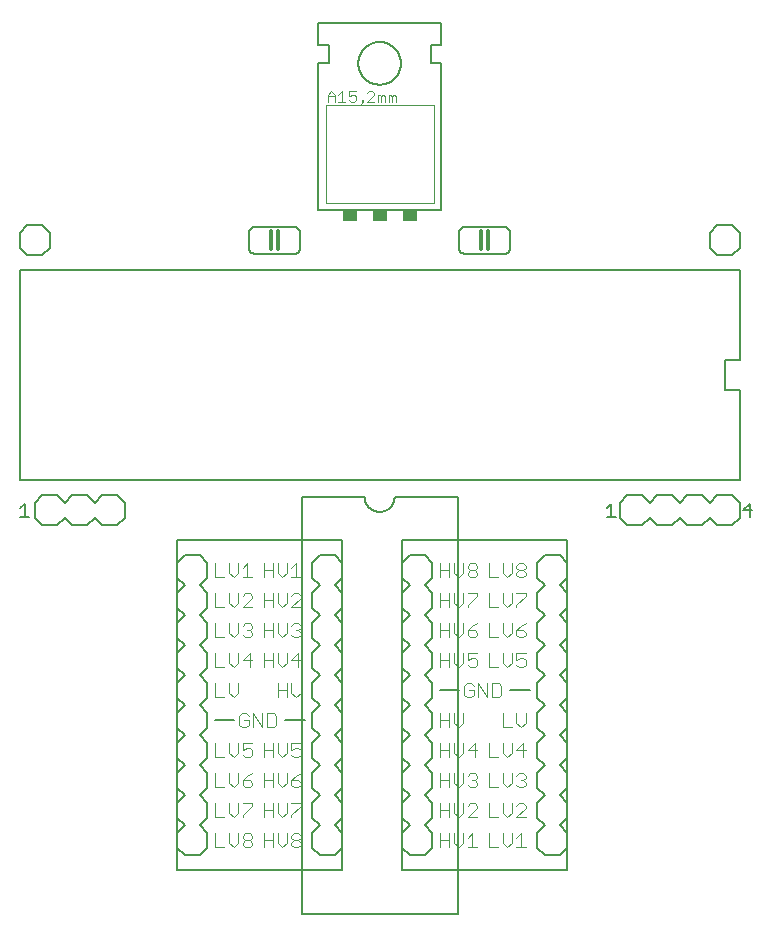
<source format=gto>
G75*
%MOIN*%
%OFA0B0*%
%FSLAX25Y25*%
%IPPOS*%
%LPD*%
%AMOC8*
5,1,8,0,0,1.08239X$1,22.5*
%
%ADD10C,0.00600*%
%ADD11C,0.01200*%
%ADD12C,0.00200*%
%ADD13C,0.00400*%
%ADD14R,0.05000X0.03500*%
%ADD15C,0.00500*%
%ADD16C,0.00800*%
D10*
X0100000Y0006500D02*
X0100000Y0145500D01*
X0121000Y0145500D01*
X0121002Y0145360D01*
X0121008Y0145220D01*
X0121018Y0145080D01*
X0121031Y0144940D01*
X0121049Y0144801D01*
X0121071Y0144662D01*
X0121096Y0144525D01*
X0121125Y0144387D01*
X0121158Y0144251D01*
X0121195Y0144116D01*
X0121236Y0143982D01*
X0121281Y0143849D01*
X0121329Y0143717D01*
X0121381Y0143587D01*
X0121436Y0143458D01*
X0121495Y0143331D01*
X0121558Y0143205D01*
X0121624Y0143081D01*
X0121693Y0142960D01*
X0121766Y0142840D01*
X0121843Y0142722D01*
X0121922Y0142607D01*
X0122005Y0142493D01*
X0122091Y0142383D01*
X0122180Y0142274D01*
X0122272Y0142168D01*
X0122367Y0142065D01*
X0122464Y0141964D01*
X0122565Y0141867D01*
X0122668Y0141772D01*
X0122774Y0141680D01*
X0122883Y0141591D01*
X0122993Y0141505D01*
X0123107Y0141422D01*
X0123222Y0141343D01*
X0123340Y0141266D01*
X0123460Y0141193D01*
X0123581Y0141124D01*
X0123705Y0141058D01*
X0123831Y0140995D01*
X0123958Y0140936D01*
X0124087Y0140881D01*
X0124217Y0140829D01*
X0124349Y0140781D01*
X0124482Y0140736D01*
X0124616Y0140695D01*
X0124751Y0140658D01*
X0124887Y0140625D01*
X0125025Y0140596D01*
X0125162Y0140571D01*
X0125301Y0140549D01*
X0125440Y0140531D01*
X0125580Y0140518D01*
X0125720Y0140508D01*
X0125860Y0140502D01*
X0126000Y0140500D01*
X0126140Y0140502D01*
X0126280Y0140508D01*
X0126420Y0140518D01*
X0126560Y0140531D01*
X0126699Y0140549D01*
X0126838Y0140571D01*
X0126975Y0140596D01*
X0127113Y0140625D01*
X0127249Y0140658D01*
X0127384Y0140695D01*
X0127518Y0140736D01*
X0127651Y0140781D01*
X0127783Y0140829D01*
X0127913Y0140881D01*
X0128042Y0140936D01*
X0128169Y0140995D01*
X0128295Y0141058D01*
X0128419Y0141124D01*
X0128540Y0141193D01*
X0128660Y0141266D01*
X0128778Y0141343D01*
X0128893Y0141422D01*
X0129007Y0141505D01*
X0129117Y0141591D01*
X0129226Y0141680D01*
X0129332Y0141772D01*
X0129435Y0141867D01*
X0129536Y0141964D01*
X0129633Y0142065D01*
X0129728Y0142168D01*
X0129820Y0142274D01*
X0129909Y0142383D01*
X0129995Y0142493D01*
X0130078Y0142607D01*
X0130157Y0142722D01*
X0130234Y0142840D01*
X0130307Y0142960D01*
X0130376Y0143081D01*
X0130442Y0143205D01*
X0130505Y0143331D01*
X0130564Y0143458D01*
X0130619Y0143587D01*
X0130671Y0143717D01*
X0130719Y0143849D01*
X0130764Y0143982D01*
X0130805Y0144116D01*
X0130842Y0144251D01*
X0130875Y0144387D01*
X0130904Y0144525D01*
X0130929Y0144662D01*
X0130951Y0144801D01*
X0130969Y0144940D01*
X0130982Y0145080D01*
X0130992Y0145220D01*
X0130998Y0145360D01*
X0131000Y0145500D01*
X0152000Y0145500D01*
X0152000Y0006500D01*
X0100000Y0006500D01*
X0038500Y0136000D02*
X0033500Y0136000D01*
X0031000Y0138500D01*
X0028500Y0136000D01*
X0023500Y0136000D01*
X0021000Y0138500D01*
X0018500Y0136000D01*
X0013500Y0136000D01*
X0011000Y0138500D01*
X0011000Y0143500D01*
X0013500Y0146000D01*
X0018500Y0146000D01*
X0021000Y0143500D01*
X0023500Y0146000D01*
X0028500Y0146000D01*
X0031000Y0143500D01*
X0033500Y0146000D01*
X0038500Y0146000D01*
X0041000Y0143500D01*
X0041000Y0138500D01*
X0038500Y0136000D01*
X0013500Y0226000D02*
X0008500Y0226000D01*
X0006000Y0228500D01*
X0006000Y0233500D01*
X0008500Y0236000D01*
X0013500Y0236000D01*
X0016000Y0233500D01*
X0016000Y0228500D01*
X0013500Y0226000D01*
X0082500Y0228500D02*
X0082500Y0233500D01*
X0082502Y0233587D01*
X0082508Y0233674D01*
X0082517Y0233761D01*
X0082530Y0233847D01*
X0082547Y0233933D01*
X0082568Y0234018D01*
X0082593Y0234101D01*
X0082621Y0234184D01*
X0082652Y0234265D01*
X0082687Y0234345D01*
X0082726Y0234423D01*
X0082768Y0234500D01*
X0082813Y0234575D01*
X0082862Y0234647D01*
X0082913Y0234718D01*
X0082968Y0234786D01*
X0083025Y0234851D01*
X0083086Y0234914D01*
X0083149Y0234975D01*
X0083214Y0235032D01*
X0083282Y0235087D01*
X0083353Y0235138D01*
X0083425Y0235187D01*
X0083500Y0235232D01*
X0083577Y0235274D01*
X0083655Y0235313D01*
X0083735Y0235348D01*
X0083816Y0235379D01*
X0083899Y0235407D01*
X0083982Y0235432D01*
X0084067Y0235453D01*
X0084153Y0235470D01*
X0084239Y0235483D01*
X0084326Y0235492D01*
X0084413Y0235498D01*
X0084500Y0235500D01*
X0097500Y0235500D01*
X0097587Y0235498D01*
X0097674Y0235492D01*
X0097761Y0235483D01*
X0097847Y0235470D01*
X0097933Y0235453D01*
X0098018Y0235432D01*
X0098101Y0235407D01*
X0098184Y0235379D01*
X0098265Y0235348D01*
X0098345Y0235313D01*
X0098423Y0235274D01*
X0098500Y0235232D01*
X0098575Y0235187D01*
X0098647Y0235138D01*
X0098718Y0235087D01*
X0098786Y0235032D01*
X0098851Y0234975D01*
X0098914Y0234914D01*
X0098975Y0234851D01*
X0099032Y0234786D01*
X0099087Y0234718D01*
X0099138Y0234647D01*
X0099187Y0234575D01*
X0099232Y0234500D01*
X0099274Y0234423D01*
X0099313Y0234345D01*
X0099348Y0234265D01*
X0099379Y0234184D01*
X0099407Y0234101D01*
X0099432Y0234018D01*
X0099453Y0233933D01*
X0099470Y0233847D01*
X0099483Y0233761D01*
X0099492Y0233674D01*
X0099498Y0233587D01*
X0099500Y0233500D01*
X0099500Y0228500D01*
X0099498Y0228413D01*
X0099492Y0228326D01*
X0099483Y0228239D01*
X0099470Y0228153D01*
X0099453Y0228067D01*
X0099432Y0227982D01*
X0099407Y0227899D01*
X0099379Y0227816D01*
X0099348Y0227735D01*
X0099313Y0227655D01*
X0099274Y0227577D01*
X0099232Y0227500D01*
X0099187Y0227425D01*
X0099138Y0227353D01*
X0099087Y0227282D01*
X0099032Y0227214D01*
X0098975Y0227149D01*
X0098914Y0227086D01*
X0098851Y0227025D01*
X0098786Y0226968D01*
X0098718Y0226913D01*
X0098647Y0226862D01*
X0098575Y0226813D01*
X0098500Y0226768D01*
X0098423Y0226726D01*
X0098345Y0226687D01*
X0098265Y0226652D01*
X0098184Y0226621D01*
X0098101Y0226593D01*
X0098018Y0226568D01*
X0097933Y0226547D01*
X0097847Y0226530D01*
X0097761Y0226517D01*
X0097674Y0226508D01*
X0097587Y0226502D01*
X0097500Y0226500D01*
X0084500Y0226500D01*
X0084413Y0226502D01*
X0084326Y0226508D01*
X0084239Y0226517D01*
X0084153Y0226530D01*
X0084067Y0226547D01*
X0083982Y0226568D01*
X0083899Y0226593D01*
X0083816Y0226621D01*
X0083735Y0226652D01*
X0083655Y0226687D01*
X0083577Y0226726D01*
X0083500Y0226768D01*
X0083425Y0226813D01*
X0083353Y0226862D01*
X0083282Y0226913D01*
X0083214Y0226968D01*
X0083149Y0227025D01*
X0083086Y0227086D01*
X0083025Y0227149D01*
X0082968Y0227214D01*
X0082913Y0227282D01*
X0082862Y0227353D01*
X0082813Y0227425D01*
X0082768Y0227500D01*
X0082726Y0227577D01*
X0082687Y0227655D01*
X0082652Y0227735D01*
X0082621Y0227816D01*
X0082593Y0227899D01*
X0082568Y0227982D01*
X0082547Y0228067D01*
X0082530Y0228153D01*
X0082517Y0228239D01*
X0082508Y0228326D01*
X0082502Y0228413D01*
X0082500Y0228500D01*
X0105500Y0241000D02*
X0105500Y0290000D01*
X0109000Y0290000D01*
X0109000Y0296000D01*
X0105500Y0296000D01*
X0105500Y0303500D01*
X0146500Y0303500D01*
X0146500Y0296000D01*
X0143000Y0296000D01*
X0143000Y0290000D01*
X0146500Y0290000D01*
X0146500Y0241000D01*
X0105500Y0241000D01*
X0118900Y0290000D02*
X0118902Y0290174D01*
X0118909Y0290348D01*
X0118919Y0290522D01*
X0118934Y0290696D01*
X0118953Y0290869D01*
X0118977Y0291042D01*
X0119005Y0291214D01*
X0119036Y0291385D01*
X0119073Y0291556D01*
X0119113Y0291725D01*
X0119157Y0291894D01*
X0119206Y0292061D01*
X0119258Y0292227D01*
X0119315Y0292392D01*
X0119376Y0292555D01*
X0119440Y0292717D01*
X0119509Y0292877D01*
X0119582Y0293036D01*
X0119658Y0293192D01*
X0119738Y0293347D01*
X0119822Y0293500D01*
X0119910Y0293650D01*
X0120002Y0293798D01*
X0120097Y0293945D01*
X0120195Y0294088D01*
X0120297Y0294229D01*
X0120403Y0294368D01*
X0120512Y0294504D01*
X0120624Y0294638D01*
X0120739Y0294768D01*
X0120858Y0294896D01*
X0120980Y0295020D01*
X0121104Y0295142D01*
X0121232Y0295261D01*
X0121362Y0295376D01*
X0121496Y0295488D01*
X0121632Y0295597D01*
X0121771Y0295703D01*
X0121912Y0295805D01*
X0122055Y0295903D01*
X0122202Y0295998D01*
X0122350Y0296090D01*
X0122500Y0296178D01*
X0122653Y0296262D01*
X0122808Y0296342D01*
X0122964Y0296418D01*
X0123123Y0296491D01*
X0123283Y0296560D01*
X0123445Y0296624D01*
X0123608Y0296685D01*
X0123773Y0296742D01*
X0123939Y0296794D01*
X0124106Y0296843D01*
X0124275Y0296887D01*
X0124444Y0296927D01*
X0124615Y0296964D01*
X0124786Y0296995D01*
X0124958Y0297023D01*
X0125131Y0297047D01*
X0125304Y0297066D01*
X0125478Y0297081D01*
X0125652Y0297091D01*
X0125826Y0297098D01*
X0126000Y0297100D01*
X0126174Y0297098D01*
X0126348Y0297091D01*
X0126522Y0297081D01*
X0126696Y0297066D01*
X0126869Y0297047D01*
X0127042Y0297023D01*
X0127214Y0296995D01*
X0127385Y0296964D01*
X0127556Y0296927D01*
X0127725Y0296887D01*
X0127894Y0296843D01*
X0128061Y0296794D01*
X0128227Y0296742D01*
X0128392Y0296685D01*
X0128555Y0296624D01*
X0128717Y0296560D01*
X0128877Y0296491D01*
X0129036Y0296418D01*
X0129192Y0296342D01*
X0129347Y0296262D01*
X0129500Y0296178D01*
X0129650Y0296090D01*
X0129798Y0295998D01*
X0129945Y0295903D01*
X0130088Y0295805D01*
X0130229Y0295703D01*
X0130368Y0295597D01*
X0130504Y0295488D01*
X0130638Y0295376D01*
X0130768Y0295261D01*
X0130896Y0295142D01*
X0131020Y0295020D01*
X0131142Y0294896D01*
X0131261Y0294768D01*
X0131376Y0294638D01*
X0131488Y0294504D01*
X0131597Y0294368D01*
X0131703Y0294229D01*
X0131805Y0294088D01*
X0131903Y0293945D01*
X0131998Y0293798D01*
X0132090Y0293650D01*
X0132178Y0293500D01*
X0132262Y0293347D01*
X0132342Y0293192D01*
X0132418Y0293036D01*
X0132491Y0292877D01*
X0132560Y0292717D01*
X0132624Y0292555D01*
X0132685Y0292392D01*
X0132742Y0292227D01*
X0132794Y0292061D01*
X0132843Y0291894D01*
X0132887Y0291725D01*
X0132927Y0291556D01*
X0132964Y0291385D01*
X0132995Y0291214D01*
X0133023Y0291042D01*
X0133047Y0290869D01*
X0133066Y0290696D01*
X0133081Y0290522D01*
X0133091Y0290348D01*
X0133098Y0290174D01*
X0133100Y0290000D01*
X0133098Y0289826D01*
X0133091Y0289652D01*
X0133081Y0289478D01*
X0133066Y0289304D01*
X0133047Y0289131D01*
X0133023Y0288958D01*
X0132995Y0288786D01*
X0132964Y0288615D01*
X0132927Y0288444D01*
X0132887Y0288275D01*
X0132843Y0288106D01*
X0132794Y0287939D01*
X0132742Y0287773D01*
X0132685Y0287608D01*
X0132624Y0287445D01*
X0132560Y0287283D01*
X0132491Y0287123D01*
X0132418Y0286964D01*
X0132342Y0286808D01*
X0132262Y0286653D01*
X0132178Y0286500D01*
X0132090Y0286350D01*
X0131998Y0286202D01*
X0131903Y0286055D01*
X0131805Y0285912D01*
X0131703Y0285771D01*
X0131597Y0285632D01*
X0131488Y0285496D01*
X0131376Y0285362D01*
X0131261Y0285232D01*
X0131142Y0285104D01*
X0131020Y0284980D01*
X0130896Y0284858D01*
X0130768Y0284739D01*
X0130638Y0284624D01*
X0130504Y0284512D01*
X0130368Y0284403D01*
X0130229Y0284297D01*
X0130088Y0284195D01*
X0129945Y0284097D01*
X0129798Y0284002D01*
X0129650Y0283910D01*
X0129500Y0283822D01*
X0129347Y0283738D01*
X0129192Y0283658D01*
X0129036Y0283582D01*
X0128877Y0283509D01*
X0128717Y0283440D01*
X0128555Y0283376D01*
X0128392Y0283315D01*
X0128227Y0283258D01*
X0128061Y0283206D01*
X0127894Y0283157D01*
X0127725Y0283113D01*
X0127556Y0283073D01*
X0127385Y0283036D01*
X0127214Y0283005D01*
X0127042Y0282977D01*
X0126869Y0282953D01*
X0126696Y0282934D01*
X0126522Y0282919D01*
X0126348Y0282909D01*
X0126174Y0282902D01*
X0126000Y0282900D01*
X0125826Y0282902D01*
X0125652Y0282909D01*
X0125478Y0282919D01*
X0125304Y0282934D01*
X0125131Y0282953D01*
X0124958Y0282977D01*
X0124786Y0283005D01*
X0124615Y0283036D01*
X0124444Y0283073D01*
X0124275Y0283113D01*
X0124106Y0283157D01*
X0123939Y0283206D01*
X0123773Y0283258D01*
X0123608Y0283315D01*
X0123445Y0283376D01*
X0123283Y0283440D01*
X0123123Y0283509D01*
X0122964Y0283582D01*
X0122808Y0283658D01*
X0122653Y0283738D01*
X0122500Y0283822D01*
X0122350Y0283910D01*
X0122202Y0284002D01*
X0122055Y0284097D01*
X0121912Y0284195D01*
X0121771Y0284297D01*
X0121632Y0284403D01*
X0121496Y0284512D01*
X0121362Y0284624D01*
X0121232Y0284739D01*
X0121104Y0284858D01*
X0120980Y0284980D01*
X0120858Y0285104D01*
X0120739Y0285232D01*
X0120624Y0285362D01*
X0120512Y0285496D01*
X0120403Y0285632D01*
X0120297Y0285771D01*
X0120195Y0285912D01*
X0120097Y0286055D01*
X0120002Y0286202D01*
X0119910Y0286350D01*
X0119822Y0286500D01*
X0119738Y0286653D01*
X0119658Y0286808D01*
X0119582Y0286964D01*
X0119509Y0287123D01*
X0119440Y0287283D01*
X0119376Y0287445D01*
X0119315Y0287608D01*
X0119258Y0287773D01*
X0119206Y0287939D01*
X0119157Y0288106D01*
X0119113Y0288275D01*
X0119073Y0288444D01*
X0119036Y0288615D01*
X0119005Y0288786D01*
X0118977Y0288958D01*
X0118953Y0289131D01*
X0118934Y0289304D01*
X0118919Y0289478D01*
X0118909Y0289652D01*
X0118902Y0289826D01*
X0118900Y0290000D01*
X0154500Y0235500D02*
X0167500Y0235500D01*
X0167587Y0235498D01*
X0167674Y0235492D01*
X0167761Y0235483D01*
X0167847Y0235470D01*
X0167933Y0235453D01*
X0168018Y0235432D01*
X0168101Y0235407D01*
X0168184Y0235379D01*
X0168265Y0235348D01*
X0168345Y0235313D01*
X0168423Y0235274D01*
X0168500Y0235232D01*
X0168575Y0235187D01*
X0168647Y0235138D01*
X0168718Y0235087D01*
X0168786Y0235032D01*
X0168851Y0234975D01*
X0168914Y0234914D01*
X0168975Y0234851D01*
X0169032Y0234786D01*
X0169087Y0234718D01*
X0169138Y0234647D01*
X0169187Y0234575D01*
X0169232Y0234500D01*
X0169274Y0234423D01*
X0169313Y0234345D01*
X0169348Y0234265D01*
X0169379Y0234184D01*
X0169407Y0234101D01*
X0169432Y0234018D01*
X0169453Y0233933D01*
X0169470Y0233847D01*
X0169483Y0233761D01*
X0169492Y0233674D01*
X0169498Y0233587D01*
X0169500Y0233500D01*
X0169500Y0228500D01*
X0169498Y0228413D01*
X0169492Y0228326D01*
X0169483Y0228239D01*
X0169470Y0228153D01*
X0169453Y0228067D01*
X0169432Y0227982D01*
X0169407Y0227899D01*
X0169379Y0227816D01*
X0169348Y0227735D01*
X0169313Y0227655D01*
X0169274Y0227577D01*
X0169232Y0227500D01*
X0169187Y0227425D01*
X0169138Y0227353D01*
X0169087Y0227282D01*
X0169032Y0227214D01*
X0168975Y0227149D01*
X0168914Y0227086D01*
X0168851Y0227025D01*
X0168786Y0226968D01*
X0168718Y0226913D01*
X0168647Y0226862D01*
X0168575Y0226813D01*
X0168500Y0226768D01*
X0168423Y0226726D01*
X0168345Y0226687D01*
X0168265Y0226652D01*
X0168184Y0226621D01*
X0168101Y0226593D01*
X0168018Y0226568D01*
X0167933Y0226547D01*
X0167847Y0226530D01*
X0167761Y0226517D01*
X0167674Y0226508D01*
X0167587Y0226502D01*
X0167500Y0226500D01*
X0154500Y0226500D01*
X0154413Y0226502D01*
X0154326Y0226508D01*
X0154239Y0226517D01*
X0154153Y0226530D01*
X0154067Y0226547D01*
X0153982Y0226568D01*
X0153899Y0226593D01*
X0153816Y0226621D01*
X0153735Y0226652D01*
X0153655Y0226687D01*
X0153577Y0226726D01*
X0153500Y0226768D01*
X0153425Y0226813D01*
X0153353Y0226862D01*
X0153282Y0226913D01*
X0153214Y0226968D01*
X0153149Y0227025D01*
X0153086Y0227086D01*
X0153025Y0227149D01*
X0152968Y0227214D01*
X0152913Y0227282D01*
X0152862Y0227353D01*
X0152813Y0227425D01*
X0152768Y0227500D01*
X0152726Y0227577D01*
X0152687Y0227655D01*
X0152652Y0227735D01*
X0152621Y0227816D01*
X0152593Y0227899D01*
X0152568Y0227982D01*
X0152547Y0228067D01*
X0152530Y0228153D01*
X0152517Y0228239D01*
X0152508Y0228326D01*
X0152502Y0228413D01*
X0152500Y0228500D01*
X0152500Y0233500D01*
X0152502Y0233587D01*
X0152508Y0233674D01*
X0152517Y0233761D01*
X0152530Y0233847D01*
X0152547Y0233933D01*
X0152568Y0234018D01*
X0152593Y0234101D01*
X0152621Y0234184D01*
X0152652Y0234265D01*
X0152687Y0234345D01*
X0152726Y0234423D01*
X0152768Y0234500D01*
X0152813Y0234575D01*
X0152862Y0234647D01*
X0152913Y0234718D01*
X0152968Y0234786D01*
X0153025Y0234851D01*
X0153086Y0234914D01*
X0153149Y0234975D01*
X0153214Y0235032D01*
X0153282Y0235087D01*
X0153353Y0235138D01*
X0153425Y0235187D01*
X0153500Y0235232D01*
X0153577Y0235274D01*
X0153655Y0235313D01*
X0153735Y0235348D01*
X0153816Y0235379D01*
X0153899Y0235407D01*
X0153982Y0235432D01*
X0154067Y0235453D01*
X0154153Y0235470D01*
X0154239Y0235483D01*
X0154326Y0235492D01*
X0154413Y0235498D01*
X0154500Y0235500D01*
X0208500Y0146000D02*
X0206000Y0143500D01*
X0206000Y0138500D01*
X0208500Y0136000D01*
X0213500Y0136000D01*
X0216000Y0138500D01*
X0218500Y0136000D01*
X0223500Y0136000D01*
X0226000Y0138500D01*
X0228500Y0136000D01*
X0233500Y0136000D01*
X0236000Y0138500D01*
X0238500Y0136000D01*
X0243500Y0136000D01*
X0246000Y0138500D01*
X0246000Y0143500D01*
X0243500Y0146000D01*
X0238500Y0146000D01*
X0236000Y0143500D01*
X0233500Y0146000D01*
X0228500Y0146000D01*
X0226000Y0143500D01*
X0223500Y0146000D01*
X0218500Y0146000D01*
X0216000Y0143500D01*
X0213500Y0146000D01*
X0208500Y0146000D01*
X0238500Y0226000D02*
X0243500Y0226000D01*
X0246000Y0228500D01*
X0246000Y0233500D01*
X0243500Y0236000D01*
X0238500Y0236000D01*
X0236000Y0233500D01*
X0236000Y0228500D01*
X0238500Y0226000D01*
D11*
X0162200Y0228000D02*
X0162200Y0234000D01*
X0159700Y0234000D02*
X0159700Y0228000D01*
X0092200Y0228000D02*
X0092200Y0234000D01*
X0089700Y0234000D02*
X0089700Y0228000D01*
D12*
X0108000Y0243500D02*
X0108000Y0276000D01*
X0144000Y0276000D01*
X0144000Y0243500D01*
X0108000Y0243500D01*
D13*
X0119473Y0276032D02*
X0120641Y0277200D01*
X0120057Y0277200D01*
X0120057Y0277784D01*
X0120641Y0277784D01*
X0120641Y0277200D01*
X0121867Y0277200D02*
X0124203Y0279535D01*
X0124203Y0280119D01*
X0123619Y0280703D01*
X0122451Y0280703D01*
X0121867Y0280119D01*
X0121867Y0277200D02*
X0124203Y0277200D01*
X0125458Y0277200D02*
X0125458Y0279535D01*
X0126042Y0279535D01*
X0126626Y0278951D01*
X0127210Y0279535D01*
X0127794Y0278951D01*
X0127794Y0277200D01*
X0126626Y0277200D02*
X0126626Y0278951D01*
X0129049Y0279535D02*
X0129633Y0279535D01*
X0130217Y0278951D01*
X0130801Y0279535D01*
X0131385Y0278951D01*
X0131385Y0277200D01*
X0130217Y0277200D02*
X0130217Y0278951D01*
X0129049Y0279535D02*
X0129049Y0277200D01*
X0118217Y0277784D02*
X0117634Y0277200D01*
X0116466Y0277200D01*
X0115882Y0277784D01*
X0115882Y0278951D02*
X0117050Y0279535D01*
X0117634Y0279535D01*
X0118217Y0278951D01*
X0118217Y0277784D01*
X0115882Y0278951D02*
X0115882Y0280703D01*
X0118217Y0280703D01*
X0114626Y0277200D02*
X0112291Y0277200D01*
X0113459Y0277200D02*
X0113459Y0280703D01*
X0112291Y0279535D01*
X0111035Y0279535D02*
X0109868Y0280703D01*
X0108700Y0279535D01*
X0108700Y0277200D01*
X0108700Y0278951D02*
X0111035Y0278951D01*
X0111035Y0279535D02*
X0111035Y0277200D01*
X0098131Y0123304D02*
X0098131Y0118700D01*
X0099665Y0118700D02*
X0096596Y0118700D01*
X0095061Y0120235D02*
X0095061Y0123304D01*
X0096596Y0121769D02*
X0098131Y0123304D01*
X0095061Y0120235D02*
X0093527Y0118700D01*
X0091992Y0120235D01*
X0091992Y0123304D01*
X0090457Y0123304D02*
X0090457Y0118700D01*
X0090457Y0121002D02*
X0087388Y0121002D01*
X0087388Y0118700D02*
X0087388Y0123304D01*
X0081942Y0123304D02*
X0081942Y0118700D01*
X0080408Y0118700D02*
X0083477Y0118700D01*
X0080408Y0121769D02*
X0081942Y0123304D01*
X0078873Y0123304D02*
X0078873Y0120235D01*
X0077339Y0118700D01*
X0075804Y0120235D01*
X0075804Y0123304D01*
X0071200Y0123304D02*
X0071200Y0118700D01*
X0074269Y0118700D01*
X0075804Y0113304D02*
X0075804Y0110235D01*
X0077339Y0108700D01*
X0078873Y0110235D01*
X0078873Y0113304D01*
X0080408Y0112537D02*
X0081175Y0113304D01*
X0082710Y0113304D01*
X0083477Y0112537D01*
X0083477Y0111769D01*
X0080408Y0108700D01*
X0083477Y0108700D01*
X0087388Y0108700D02*
X0087388Y0113304D01*
X0087388Y0111002D02*
X0090457Y0111002D01*
X0091992Y0110235D02*
X0093527Y0108700D01*
X0095061Y0110235D01*
X0095061Y0113304D01*
X0096596Y0112537D02*
X0097363Y0113304D01*
X0098898Y0113304D01*
X0099665Y0112537D01*
X0099665Y0111769D01*
X0096596Y0108700D01*
X0099665Y0108700D01*
X0098898Y0103304D02*
X0097363Y0103304D01*
X0096596Y0102537D01*
X0095061Y0103304D02*
X0095061Y0100235D01*
X0093527Y0098700D01*
X0091992Y0100235D01*
X0091992Y0103304D01*
X0090457Y0103304D02*
X0090457Y0098700D01*
X0090457Y0101002D02*
X0087388Y0101002D01*
X0087388Y0098700D02*
X0087388Y0103304D01*
X0083477Y0102537D02*
X0083477Y0101769D01*
X0082710Y0101002D01*
X0083477Y0100235D01*
X0083477Y0099467D01*
X0082710Y0098700D01*
X0081175Y0098700D01*
X0080408Y0099467D01*
X0078873Y0100235D02*
X0078873Y0103304D01*
X0080408Y0102537D02*
X0081175Y0103304D01*
X0082710Y0103304D01*
X0083477Y0102537D01*
X0082710Y0101002D02*
X0081942Y0101002D01*
X0078873Y0100235D02*
X0077339Y0098700D01*
X0075804Y0100235D01*
X0075804Y0103304D01*
X0074269Y0098700D02*
X0071200Y0098700D01*
X0071200Y0103304D01*
X0071200Y0108700D02*
X0074269Y0108700D01*
X0071200Y0108700D02*
X0071200Y0113304D01*
X0071200Y0093304D02*
X0071200Y0088700D01*
X0074269Y0088700D01*
X0075804Y0090235D02*
X0077339Y0088700D01*
X0078873Y0090235D01*
X0078873Y0093304D01*
X0080408Y0091002D02*
X0083477Y0091002D01*
X0082710Y0088700D02*
X0082710Y0093304D01*
X0080408Y0091002D01*
X0075804Y0090235D02*
X0075804Y0093304D01*
X0075804Y0083304D02*
X0075804Y0080235D01*
X0077339Y0078700D01*
X0078873Y0080235D01*
X0078873Y0083304D01*
X0074269Y0078700D02*
X0071200Y0078700D01*
X0071200Y0083304D01*
X0080061Y0073304D02*
X0079294Y0072537D01*
X0079294Y0069467D01*
X0080061Y0068700D01*
X0081596Y0068700D01*
X0082363Y0069467D01*
X0082363Y0071002D01*
X0080829Y0071002D01*
X0082363Y0072537D02*
X0081596Y0073304D01*
X0080061Y0073304D01*
X0083898Y0073304D02*
X0083898Y0068700D01*
X0086967Y0068700D02*
X0083898Y0073304D01*
X0086967Y0073304D02*
X0086967Y0068700D01*
X0088502Y0068700D02*
X0088502Y0073304D01*
X0090804Y0073304D01*
X0091571Y0072537D01*
X0091571Y0069467D01*
X0090804Y0068700D01*
X0088502Y0068700D01*
X0087388Y0063304D02*
X0087388Y0058700D01*
X0087388Y0061002D02*
X0090457Y0061002D01*
X0091992Y0060235D02*
X0091992Y0063304D01*
X0090457Y0063304D02*
X0090457Y0058700D01*
X0091992Y0060235D02*
X0093527Y0058700D01*
X0095061Y0060235D01*
X0095061Y0063304D01*
X0096596Y0063304D02*
X0096596Y0061002D01*
X0098131Y0061769D01*
X0098898Y0061769D01*
X0099665Y0061002D01*
X0099665Y0059467D01*
X0098898Y0058700D01*
X0097363Y0058700D01*
X0096596Y0059467D01*
X0096596Y0063304D02*
X0099665Y0063304D01*
X0099665Y0053304D02*
X0098131Y0052537D01*
X0096596Y0051002D01*
X0098898Y0051002D01*
X0099665Y0050235D01*
X0099665Y0049467D01*
X0098898Y0048700D01*
X0097363Y0048700D01*
X0096596Y0049467D01*
X0096596Y0051002D01*
X0095061Y0050235D02*
X0093527Y0048700D01*
X0091992Y0050235D01*
X0091992Y0053304D01*
X0090457Y0053304D02*
X0090457Y0048700D01*
X0090457Y0051002D02*
X0087388Y0051002D01*
X0087388Y0048700D02*
X0087388Y0053304D01*
X0083477Y0053304D02*
X0081942Y0052537D01*
X0080408Y0051002D01*
X0082710Y0051002D01*
X0083477Y0050235D01*
X0083477Y0049467D01*
X0082710Y0048700D01*
X0081175Y0048700D01*
X0080408Y0049467D01*
X0080408Y0051002D01*
X0078873Y0050235D02*
X0078873Y0053304D01*
X0075804Y0053304D02*
X0075804Y0050235D01*
X0077339Y0048700D01*
X0078873Y0050235D01*
X0074269Y0048700D02*
X0071200Y0048700D01*
X0071200Y0053304D01*
X0071200Y0058700D02*
X0074269Y0058700D01*
X0075804Y0060235D02*
X0075804Y0063304D01*
X0078873Y0063304D02*
X0078873Y0060235D01*
X0077339Y0058700D01*
X0075804Y0060235D01*
X0080408Y0061002D02*
X0081942Y0061769D01*
X0082710Y0061769D01*
X0083477Y0061002D01*
X0083477Y0059467D01*
X0082710Y0058700D01*
X0081175Y0058700D01*
X0080408Y0059467D01*
X0080408Y0061002D02*
X0080408Y0063304D01*
X0083477Y0063304D01*
X0095061Y0053304D02*
X0095061Y0050235D01*
X0095061Y0043304D02*
X0095061Y0040235D01*
X0093527Y0038700D01*
X0091992Y0040235D01*
X0091992Y0043304D01*
X0090457Y0043304D02*
X0090457Y0038700D01*
X0090457Y0041002D02*
X0087388Y0041002D01*
X0087388Y0038700D02*
X0087388Y0043304D01*
X0083477Y0043304D02*
X0083477Y0042537D01*
X0080408Y0039467D01*
X0080408Y0038700D01*
X0078873Y0040235D02*
X0078873Y0043304D01*
X0080408Y0043304D02*
X0083477Y0043304D01*
X0078873Y0040235D02*
X0077339Y0038700D01*
X0075804Y0040235D01*
X0075804Y0043304D01*
X0071200Y0043304D02*
X0071200Y0038700D01*
X0074269Y0038700D01*
X0075804Y0033304D02*
X0075804Y0030235D01*
X0077339Y0028700D01*
X0078873Y0030235D01*
X0078873Y0033304D01*
X0080408Y0032537D02*
X0080408Y0031769D01*
X0081175Y0031002D01*
X0082710Y0031002D01*
X0083477Y0030235D01*
X0083477Y0029467D01*
X0082710Y0028700D01*
X0081175Y0028700D01*
X0080408Y0029467D01*
X0080408Y0030235D01*
X0081175Y0031002D01*
X0082710Y0031002D02*
X0083477Y0031769D01*
X0083477Y0032537D01*
X0082710Y0033304D01*
X0081175Y0033304D01*
X0080408Y0032537D01*
X0087388Y0033304D02*
X0087388Y0028700D01*
X0087388Y0031002D02*
X0090457Y0031002D01*
X0091992Y0030235D02*
X0093527Y0028700D01*
X0095061Y0030235D01*
X0095061Y0033304D01*
X0096596Y0032537D02*
X0096596Y0031769D01*
X0097363Y0031002D01*
X0098898Y0031002D01*
X0099665Y0030235D01*
X0099665Y0029467D01*
X0098898Y0028700D01*
X0097363Y0028700D01*
X0096596Y0029467D01*
X0096596Y0030235D01*
X0097363Y0031002D01*
X0098898Y0031002D02*
X0099665Y0031769D01*
X0099665Y0032537D01*
X0098898Y0033304D01*
X0097363Y0033304D01*
X0096596Y0032537D01*
X0091992Y0033304D02*
X0091992Y0030235D01*
X0090457Y0028700D02*
X0090457Y0033304D01*
X0096596Y0038700D02*
X0096596Y0039467D01*
X0099665Y0042537D01*
X0099665Y0043304D01*
X0096596Y0043304D01*
X0074269Y0028700D02*
X0071200Y0028700D01*
X0071200Y0033304D01*
X0071200Y0058700D02*
X0071200Y0063304D01*
X0091992Y0078700D02*
X0091992Y0083304D01*
X0091992Y0081002D02*
X0095061Y0081002D01*
X0096596Y0080235D02*
X0098131Y0078700D01*
X0099665Y0080235D01*
X0099665Y0083304D01*
X0096596Y0083304D02*
X0096596Y0080235D01*
X0095061Y0078700D02*
X0095061Y0083304D01*
X0093527Y0088700D02*
X0095061Y0090235D01*
X0095061Y0093304D01*
X0096596Y0091002D02*
X0099665Y0091002D01*
X0098898Y0088700D02*
X0098898Y0093304D01*
X0096596Y0091002D01*
X0093527Y0088700D02*
X0091992Y0090235D01*
X0091992Y0093304D01*
X0090457Y0093304D02*
X0090457Y0088700D01*
X0090457Y0091002D02*
X0087388Y0091002D01*
X0087388Y0088700D02*
X0087388Y0093304D01*
X0096596Y0099467D02*
X0097363Y0098700D01*
X0098898Y0098700D01*
X0099665Y0099467D01*
X0099665Y0100235D01*
X0098898Y0101002D01*
X0098131Y0101002D01*
X0098898Y0101002D02*
X0099665Y0101769D01*
X0099665Y0102537D01*
X0098898Y0103304D01*
X0091992Y0110235D02*
X0091992Y0113304D01*
X0090457Y0113304D02*
X0090457Y0108700D01*
X0146200Y0108700D02*
X0146200Y0113304D01*
X0146200Y0111002D02*
X0149269Y0111002D01*
X0150804Y0110235D02*
X0152339Y0108700D01*
X0153873Y0110235D01*
X0153873Y0113304D01*
X0155408Y0113304D02*
X0158477Y0113304D01*
X0158477Y0112537D01*
X0155408Y0109467D01*
X0155408Y0108700D01*
X0150804Y0110235D02*
X0150804Y0113304D01*
X0149269Y0113304D02*
X0149269Y0108700D01*
X0149269Y0103304D02*
X0149269Y0098700D01*
X0150804Y0100235D02*
X0150804Y0103304D01*
X0149269Y0101002D02*
X0146200Y0101002D01*
X0146200Y0098700D02*
X0146200Y0103304D01*
X0150804Y0100235D02*
X0152339Y0098700D01*
X0153873Y0100235D01*
X0153873Y0103304D01*
X0155408Y0101002D02*
X0157710Y0101002D01*
X0158477Y0100235D01*
X0158477Y0099467D01*
X0157710Y0098700D01*
X0156175Y0098700D01*
X0155408Y0099467D01*
X0155408Y0101002D01*
X0156942Y0102537D01*
X0158477Y0103304D01*
X0162388Y0103304D02*
X0162388Y0098700D01*
X0165457Y0098700D01*
X0166992Y0100235D02*
X0166992Y0103304D01*
X0166992Y0100235D02*
X0168527Y0098700D01*
X0170061Y0100235D01*
X0170061Y0103304D01*
X0171596Y0101002D02*
X0173898Y0101002D01*
X0174665Y0100235D01*
X0174665Y0099467D01*
X0173898Y0098700D01*
X0172363Y0098700D01*
X0171596Y0099467D01*
X0171596Y0101002D01*
X0173131Y0102537D01*
X0174665Y0103304D01*
X0171596Y0108700D02*
X0171596Y0109467D01*
X0174665Y0112537D01*
X0174665Y0113304D01*
X0171596Y0113304D01*
X0170061Y0113304D02*
X0170061Y0110235D01*
X0168527Y0108700D01*
X0166992Y0110235D01*
X0166992Y0113304D01*
X0165457Y0108700D02*
X0162388Y0108700D01*
X0162388Y0113304D01*
X0162388Y0118700D02*
X0165457Y0118700D01*
X0166992Y0120235D02*
X0168527Y0118700D01*
X0170061Y0120235D01*
X0170061Y0123304D01*
X0171596Y0122537D02*
X0171596Y0121769D01*
X0172363Y0121002D01*
X0173898Y0121002D01*
X0174665Y0120235D01*
X0174665Y0119467D01*
X0173898Y0118700D01*
X0172363Y0118700D01*
X0171596Y0119467D01*
X0171596Y0120235D01*
X0172363Y0121002D01*
X0173898Y0121002D02*
X0174665Y0121769D01*
X0174665Y0122537D01*
X0173898Y0123304D01*
X0172363Y0123304D01*
X0171596Y0122537D01*
X0166992Y0123304D02*
X0166992Y0120235D01*
X0162388Y0118700D02*
X0162388Y0123304D01*
X0158477Y0122537D02*
X0158477Y0121769D01*
X0157710Y0121002D01*
X0156175Y0121002D01*
X0155408Y0121769D01*
X0155408Y0122537D01*
X0156175Y0123304D01*
X0157710Y0123304D01*
X0158477Y0122537D01*
X0157710Y0121002D02*
X0158477Y0120235D01*
X0158477Y0119467D01*
X0157710Y0118700D01*
X0156175Y0118700D01*
X0155408Y0119467D01*
X0155408Y0120235D01*
X0156175Y0121002D01*
X0153873Y0120235D02*
X0153873Y0123304D01*
X0150804Y0123304D02*
X0150804Y0120235D01*
X0152339Y0118700D01*
X0153873Y0120235D01*
X0149269Y0121002D02*
X0146200Y0121002D01*
X0146200Y0118700D02*
X0146200Y0123304D01*
X0149269Y0123304D02*
X0149269Y0118700D01*
X0149269Y0093304D02*
X0149269Y0088700D01*
X0150804Y0090235D02*
X0152339Y0088700D01*
X0153873Y0090235D01*
X0153873Y0093304D01*
X0155408Y0093304D02*
X0155408Y0091002D01*
X0156942Y0091769D01*
X0157710Y0091769D01*
X0158477Y0091002D01*
X0158477Y0089467D01*
X0157710Y0088700D01*
X0156175Y0088700D01*
X0155408Y0089467D01*
X0155408Y0093304D02*
X0158477Y0093304D01*
X0162388Y0093304D02*
X0162388Y0088700D01*
X0165457Y0088700D01*
X0166992Y0090235D02*
X0168527Y0088700D01*
X0170061Y0090235D01*
X0170061Y0093304D01*
X0171596Y0093304D02*
X0171596Y0091002D01*
X0173131Y0091769D01*
X0173898Y0091769D01*
X0174665Y0091002D01*
X0174665Y0089467D01*
X0173898Y0088700D01*
X0172363Y0088700D01*
X0171596Y0089467D01*
X0171596Y0093304D02*
X0174665Y0093304D01*
X0166992Y0093304D02*
X0166992Y0090235D01*
X0165804Y0083304D02*
X0163502Y0083304D01*
X0163502Y0078700D01*
X0165804Y0078700D01*
X0166571Y0079467D01*
X0166571Y0082537D01*
X0165804Y0083304D01*
X0161967Y0083304D02*
X0161967Y0078700D01*
X0158898Y0083304D01*
X0158898Y0078700D01*
X0157363Y0079467D02*
X0157363Y0081002D01*
X0155829Y0081002D01*
X0157363Y0082537D02*
X0156596Y0083304D01*
X0155061Y0083304D01*
X0154294Y0082537D01*
X0154294Y0079467D01*
X0155061Y0078700D01*
X0156596Y0078700D01*
X0157363Y0079467D01*
X0153873Y0073304D02*
X0153873Y0070235D01*
X0152339Y0068700D01*
X0150804Y0070235D01*
X0150804Y0073304D01*
X0149269Y0073304D02*
X0149269Y0068700D01*
X0149269Y0071002D02*
X0146200Y0071002D01*
X0146200Y0068700D02*
X0146200Y0073304D01*
X0146200Y0063304D02*
X0146200Y0058700D01*
X0146200Y0061002D02*
X0149269Y0061002D01*
X0150804Y0060235D02*
X0150804Y0063304D01*
X0149269Y0063304D02*
X0149269Y0058700D01*
X0150804Y0060235D02*
X0152339Y0058700D01*
X0153873Y0060235D01*
X0153873Y0063304D01*
X0155408Y0061002D02*
X0158477Y0061002D01*
X0157710Y0063304D02*
X0155408Y0061002D01*
X0157710Y0058700D02*
X0157710Y0063304D01*
X0162388Y0063304D02*
X0162388Y0058700D01*
X0165457Y0058700D01*
X0166992Y0060235D02*
X0166992Y0063304D01*
X0166992Y0060235D02*
X0168527Y0058700D01*
X0170061Y0060235D01*
X0170061Y0063304D01*
X0171596Y0061002D02*
X0174665Y0061002D01*
X0173898Y0058700D02*
X0173898Y0063304D01*
X0171596Y0061002D01*
X0172363Y0053304D02*
X0173898Y0053304D01*
X0174665Y0052537D01*
X0174665Y0051769D01*
X0173898Y0051002D01*
X0174665Y0050235D01*
X0174665Y0049467D01*
X0173898Y0048700D01*
X0172363Y0048700D01*
X0171596Y0049467D01*
X0170061Y0050235D02*
X0168527Y0048700D01*
X0166992Y0050235D01*
X0166992Y0053304D01*
X0170061Y0053304D02*
X0170061Y0050235D01*
X0171596Y0052537D02*
X0172363Y0053304D01*
X0173131Y0051002D02*
X0173898Y0051002D01*
X0173898Y0043304D02*
X0172363Y0043304D01*
X0171596Y0042537D01*
X0170061Y0043304D02*
X0170061Y0040235D01*
X0168527Y0038700D01*
X0166992Y0040235D01*
X0166992Y0043304D01*
X0165457Y0048700D02*
X0162388Y0048700D01*
X0162388Y0053304D01*
X0158477Y0052537D02*
X0158477Y0051769D01*
X0157710Y0051002D01*
X0158477Y0050235D01*
X0158477Y0049467D01*
X0157710Y0048700D01*
X0156175Y0048700D01*
X0155408Y0049467D01*
X0153873Y0050235D02*
X0153873Y0053304D01*
X0155408Y0052537D02*
X0156175Y0053304D01*
X0157710Y0053304D01*
X0158477Y0052537D01*
X0157710Y0051002D02*
X0156942Y0051002D01*
X0153873Y0050235D02*
X0152339Y0048700D01*
X0150804Y0050235D01*
X0150804Y0053304D01*
X0149269Y0053304D02*
X0149269Y0048700D01*
X0149269Y0051002D02*
X0146200Y0051002D01*
X0146200Y0048700D02*
X0146200Y0053304D01*
X0146200Y0043304D02*
X0146200Y0038700D01*
X0146200Y0041002D02*
X0149269Y0041002D01*
X0150804Y0040235D02*
X0152339Y0038700D01*
X0153873Y0040235D01*
X0153873Y0043304D01*
X0155408Y0042537D02*
X0156175Y0043304D01*
X0157710Y0043304D01*
X0158477Y0042537D01*
X0158477Y0041769D01*
X0155408Y0038700D01*
X0158477Y0038700D01*
X0162388Y0038700D02*
X0165457Y0038700D01*
X0162388Y0038700D02*
X0162388Y0043304D01*
X0162388Y0033304D02*
X0162388Y0028700D01*
X0165457Y0028700D01*
X0166992Y0030235D02*
X0166992Y0033304D01*
X0166992Y0030235D02*
X0168527Y0028700D01*
X0170061Y0030235D01*
X0170061Y0033304D01*
X0171596Y0031769D02*
X0173131Y0033304D01*
X0173131Y0028700D01*
X0174665Y0028700D02*
X0171596Y0028700D01*
X0171596Y0038700D02*
X0174665Y0041769D01*
X0174665Y0042537D01*
X0173898Y0043304D01*
X0174665Y0038700D02*
X0171596Y0038700D01*
X0158477Y0028700D02*
X0155408Y0028700D01*
X0156942Y0028700D02*
X0156942Y0033304D01*
X0155408Y0031769D01*
X0153873Y0030235D02*
X0153873Y0033304D01*
X0150804Y0033304D02*
X0150804Y0030235D01*
X0152339Y0028700D01*
X0153873Y0030235D01*
X0149269Y0031002D02*
X0146200Y0031002D01*
X0146200Y0028700D02*
X0146200Y0033304D01*
X0149269Y0033304D02*
X0149269Y0028700D01*
X0149269Y0038700D02*
X0149269Y0043304D01*
X0150804Y0043304D02*
X0150804Y0040235D01*
X0166992Y0068700D02*
X0170061Y0068700D01*
X0171596Y0070235D02*
X0171596Y0073304D01*
X0174665Y0073304D02*
X0174665Y0070235D01*
X0173131Y0068700D01*
X0171596Y0070235D01*
X0166992Y0068700D02*
X0166992Y0073304D01*
X0150804Y0090235D02*
X0150804Y0093304D01*
X0149269Y0091002D02*
X0146200Y0091002D01*
X0146200Y0088700D02*
X0146200Y0093304D01*
D14*
X0136000Y0239250D03*
X0126000Y0239250D03*
X0116000Y0239250D03*
D15*
X0058500Y0131000D02*
X0058500Y0021000D01*
X0113500Y0021000D01*
X0113500Y0131000D01*
X0058500Y0131000D01*
X0061000Y0126000D02*
X0058500Y0123500D01*
X0061000Y0126000D02*
X0066000Y0126000D01*
X0068500Y0123500D01*
X0068500Y0118500D01*
X0066000Y0116000D01*
X0068500Y0113500D01*
X0068500Y0108500D01*
X0066000Y0106000D01*
X0068500Y0103500D01*
X0068500Y0098500D01*
X0066000Y0096000D01*
X0068500Y0093500D01*
X0068500Y0088500D01*
X0066000Y0086000D01*
X0068500Y0083500D01*
X0068500Y0078500D01*
X0066000Y0076000D01*
X0068500Y0073500D01*
X0068500Y0068500D01*
X0066000Y0066000D01*
X0068500Y0063500D01*
X0068500Y0058500D01*
X0066000Y0056000D01*
X0068500Y0053500D01*
X0068500Y0048500D01*
X0066000Y0046000D01*
X0068500Y0043500D01*
X0068500Y0038500D01*
X0066000Y0036000D01*
X0068500Y0033500D01*
X0068500Y0028500D01*
X0066000Y0026000D01*
X0061000Y0026000D01*
X0058500Y0028500D01*
X0058500Y0033500D02*
X0061000Y0036000D01*
X0058500Y0038500D01*
X0058500Y0043500D02*
X0061000Y0046000D01*
X0058500Y0048500D01*
X0058500Y0053500D02*
X0061000Y0056000D01*
X0058500Y0058500D01*
X0058500Y0063500D02*
X0061000Y0066000D01*
X0058500Y0068500D01*
X0058500Y0073500D02*
X0061000Y0076000D01*
X0058500Y0078500D01*
X0058500Y0083500D02*
X0061000Y0086000D01*
X0058500Y0088500D01*
X0058500Y0093500D02*
X0061000Y0096000D01*
X0058500Y0098500D01*
X0058500Y0103500D02*
X0061000Y0106000D01*
X0058500Y0108500D01*
X0058500Y0113500D02*
X0061000Y0116000D01*
X0058500Y0118500D01*
X0071000Y0071000D02*
X0077500Y0071000D01*
X0094500Y0071000D02*
X0101000Y0071000D01*
X0103500Y0068500D02*
X0106000Y0066000D01*
X0103500Y0063500D01*
X0103500Y0058500D01*
X0106000Y0056000D01*
X0103500Y0053500D01*
X0103500Y0048500D01*
X0106000Y0046000D01*
X0103500Y0043500D01*
X0103500Y0038500D01*
X0106000Y0036000D01*
X0103500Y0033500D01*
X0103500Y0028500D01*
X0106000Y0026000D01*
X0111000Y0026000D01*
X0113500Y0028500D01*
X0113500Y0033500D02*
X0111000Y0036000D01*
X0113500Y0038500D01*
X0113500Y0043500D02*
X0111000Y0046000D01*
X0113500Y0048500D01*
X0113500Y0053500D02*
X0111000Y0056000D01*
X0113500Y0058500D01*
X0113500Y0063500D02*
X0111000Y0066000D01*
X0113500Y0068500D01*
X0113500Y0073500D02*
X0111000Y0076000D01*
X0113500Y0078500D01*
X0113500Y0083500D02*
X0111000Y0086000D01*
X0113500Y0088500D01*
X0113500Y0093500D02*
X0111000Y0096000D01*
X0113500Y0098500D01*
X0113500Y0103500D01*
X0111000Y0106000D01*
X0113500Y0108500D01*
X0113500Y0113500D01*
X0111000Y0116000D01*
X0113500Y0118500D01*
X0113500Y0123500D02*
X0111000Y0126000D01*
X0106000Y0126000D01*
X0103500Y0123500D01*
X0103500Y0118500D01*
X0106000Y0116000D01*
X0103500Y0113500D01*
X0103500Y0108500D01*
X0106000Y0106000D01*
X0103500Y0103500D01*
X0103500Y0098500D01*
X0106000Y0096000D01*
X0103500Y0093500D01*
X0103500Y0088500D01*
X0106000Y0086000D01*
X0103500Y0083500D01*
X0103500Y0078500D01*
X0106000Y0076000D01*
X0103500Y0073500D01*
X0103500Y0068500D01*
X0133500Y0068500D02*
X0136000Y0066000D01*
X0133500Y0063500D01*
X0133500Y0058500D02*
X0136000Y0056000D01*
X0133500Y0053500D01*
X0133500Y0048500D01*
X0136000Y0046000D01*
X0133500Y0043500D01*
X0133500Y0038500D01*
X0136000Y0036000D01*
X0133500Y0033500D01*
X0133500Y0028500D02*
X0136000Y0026000D01*
X0141000Y0026000D01*
X0143500Y0028500D01*
X0143500Y0033500D01*
X0141000Y0036000D01*
X0143500Y0038500D01*
X0143500Y0043500D01*
X0141000Y0046000D01*
X0143500Y0048500D01*
X0143500Y0053500D01*
X0141000Y0056000D01*
X0143500Y0058500D01*
X0143500Y0063500D01*
X0141000Y0066000D01*
X0143500Y0068500D01*
X0143500Y0073500D01*
X0141000Y0076000D01*
X0143500Y0078500D01*
X0143500Y0083500D01*
X0141000Y0086000D01*
X0143500Y0088500D01*
X0143500Y0093500D01*
X0141000Y0096000D01*
X0143500Y0098500D01*
X0143500Y0103500D01*
X0141000Y0106000D01*
X0143500Y0108500D01*
X0143500Y0113500D01*
X0141000Y0116000D01*
X0143500Y0118500D01*
X0143500Y0123500D01*
X0141000Y0126000D01*
X0136000Y0126000D01*
X0133500Y0123500D01*
X0133500Y0118500D02*
X0136000Y0116000D01*
X0133500Y0113500D01*
X0133500Y0108500D02*
X0136000Y0106000D01*
X0133500Y0103500D01*
X0133500Y0098500D02*
X0136000Y0096000D01*
X0133500Y0093500D01*
X0133500Y0088500D02*
X0136000Y0086000D01*
X0133500Y0083500D01*
X0133500Y0078500D02*
X0136000Y0076000D01*
X0133500Y0073500D01*
X0146000Y0081000D02*
X0152500Y0081000D01*
X0169500Y0081000D02*
X0176000Y0081000D01*
X0178500Y0078500D02*
X0178500Y0083500D01*
X0181000Y0086000D01*
X0178500Y0088500D01*
X0178500Y0093500D01*
X0181000Y0096000D01*
X0178500Y0098500D01*
X0178500Y0103500D01*
X0181000Y0106000D01*
X0178500Y0108500D01*
X0178500Y0113500D01*
X0181000Y0116000D01*
X0178500Y0118500D01*
X0178500Y0123500D01*
X0181000Y0126000D01*
X0186000Y0126000D01*
X0188500Y0123500D01*
X0188500Y0118500D02*
X0186000Y0116000D01*
X0188500Y0113500D01*
X0188500Y0108500D02*
X0186000Y0106000D01*
X0188500Y0103500D01*
X0188500Y0098500D02*
X0186000Y0096000D01*
X0188500Y0093500D01*
X0188500Y0088500D02*
X0186000Y0086000D01*
X0188500Y0083500D01*
X0188500Y0078500D02*
X0186000Y0076000D01*
X0188500Y0073500D01*
X0188500Y0068500D02*
X0186000Y0066000D01*
X0188500Y0063500D01*
X0188500Y0058500D02*
X0186000Y0056000D01*
X0188500Y0053500D01*
X0188500Y0048500D02*
X0186000Y0046000D01*
X0188500Y0043500D01*
X0188500Y0038500D02*
X0186000Y0036000D01*
X0188500Y0033500D01*
X0188500Y0028500D02*
X0186000Y0026000D01*
X0181000Y0026000D01*
X0178500Y0028500D01*
X0178500Y0033500D01*
X0181000Y0036000D01*
X0178500Y0038500D01*
X0178500Y0043500D01*
X0181000Y0046000D01*
X0178500Y0048500D01*
X0178500Y0053500D01*
X0181000Y0056000D01*
X0178500Y0058500D01*
X0178500Y0063500D01*
X0181000Y0066000D01*
X0178500Y0068500D01*
X0178500Y0073500D01*
X0181000Y0076000D01*
X0178500Y0078500D01*
X0188500Y0131000D02*
X0188500Y0021000D01*
X0133500Y0021000D01*
X0133500Y0131000D01*
X0188500Y0131000D01*
X0201750Y0138750D02*
X0204753Y0138750D01*
X0203251Y0138750D02*
X0203251Y0143254D01*
X0201750Y0141753D01*
X0247250Y0141002D02*
X0250253Y0141002D01*
X0249502Y0138750D02*
X0249502Y0143254D01*
X0247250Y0141002D01*
X0009253Y0138750D02*
X0006250Y0138750D01*
X0007751Y0138750D02*
X0007751Y0143254D01*
X0006250Y0141753D01*
D16*
X0006000Y0151000D02*
X0006000Y0221000D01*
X0246000Y0221000D01*
X0246000Y0191000D01*
X0241000Y0191000D01*
X0241000Y0181000D01*
X0246000Y0181000D01*
X0246000Y0151000D01*
X0006000Y0151000D01*
M02*

</source>
